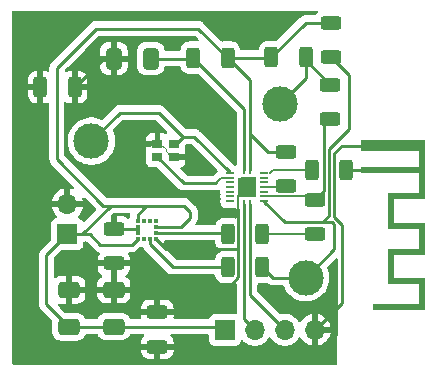
<source format=gbr>
%TF.GenerationSoftware,KiCad,Pcbnew,9.0.0*%
%TF.CreationDate,2025-03-19T16:08:28+01:00*%
%TF.ProjectId,PCB_rigide,5043425f-7269-4676-9964-652e6b696361,rev?*%
%TF.SameCoordinates,Original*%
%TF.FileFunction,Copper,L1,Top*%
%TF.FilePolarity,Positive*%
%FSLAX46Y46*%
G04 Gerber Fmt 4.6, Leading zero omitted, Abs format (unit mm)*
G04 Created by KiCad (PCBNEW 9.0.0) date 2025-03-19 16:08:28*
%MOMM*%
%LPD*%
G01*
G04 APERTURE LIST*
G04 Aperture macros list*
%AMRoundRect*
0 Rectangle with rounded corners*
0 $1 Rounding radius*
0 $2 $3 $4 $5 $6 $7 $8 $9 X,Y pos of 4 corners*
0 Add a 4 corners polygon primitive as box body*
4,1,4,$2,$3,$4,$5,$6,$7,$8,$9,$2,$3,0*
0 Add four circle primitives for the rounded corners*
1,1,$1+$1,$2,$3*
1,1,$1+$1,$4,$5*
1,1,$1+$1,$6,$7*
1,1,$1+$1,$8,$9*
0 Add four rect primitives between the rounded corners*
20,1,$1+$1,$2,$3,$4,$5,0*
20,1,$1+$1,$4,$5,$6,$7,0*
20,1,$1+$1,$6,$7,$8,$9,0*
20,1,$1+$1,$8,$9,$2,$3,0*%
%AMFreePoly0*
4,1,14,0.849707,0.749707,0.850000,0.749000,0.850000,-0.749000,0.849707,-0.749707,0.849000,-0.750000,-0.750000,-0.750000,-0.750000,-0.550414,-0.849707,-0.450707,-0.850000,-0.450000,-0.850000,0.749000,-0.849707,0.749707,-0.849000,0.750000,0.849000,0.750000,0.849707,0.749707,0.849707,0.749707,$1*%
G04 Aperture macros list end*
%TA.AperFunction,EtchedComponent*%
%ADD10C,0.000000*%
%TD*%
%TA.AperFunction,ComponentPad*%
%ADD11C,3.000000*%
%TD*%
%TA.AperFunction,SMDPad,CuDef*%
%ADD12R,0.900000X0.800000*%
%TD*%
%TA.AperFunction,SMDPad,CuDef*%
%ADD13RoundRect,0.250000X0.625000X-0.312500X0.625000X0.312500X-0.625000X0.312500X-0.625000X-0.312500X0*%
%TD*%
%TA.AperFunction,SMDPad,CuDef*%
%ADD14RoundRect,0.250000X0.312500X0.625000X-0.312500X0.625000X-0.312500X-0.625000X0.312500X-0.625000X0*%
%TD*%
%TA.AperFunction,ConnectorPad*%
%ADD15R,0.500000X0.500000*%
%TD*%
%TA.AperFunction,ComponentPad*%
%ADD16R,0.500000X0.900000*%
%TD*%
%TA.AperFunction,ComponentPad*%
%ADD17R,1.700000X1.700000*%
%TD*%
%TA.AperFunction,ComponentPad*%
%ADD18O,1.700000X1.700000*%
%TD*%
%TA.AperFunction,SMDPad,CuDef*%
%ADD19R,0.350000X0.300000*%
%TD*%
%TA.AperFunction,SMDPad,CuDef*%
%ADD20R,0.300000X0.350000*%
%TD*%
%TA.AperFunction,SMDPad,CuDef*%
%ADD21RoundRect,0.250000X0.650000X-0.412500X0.650000X0.412500X-0.650000X0.412500X-0.650000X-0.412500X0*%
%TD*%
%TA.AperFunction,SMDPad,CuDef*%
%ADD22RoundRect,0.250000X-0.312500X-0.625000X0.312500X-0.625000X0.312500X0.625000X-0.312500X0.625000X0*%
%TD*%
%TA.AperFunction,SMDPad,CuDef*%
%ADD23RoundRect,0.060500X-0.269500X0.049500X-0.269500X-0.049500X0.269500X-0.049500X0.269500X0.049500X0*%
%TD*%
%TA.AperFunction,SMDPad,CuDef*%
%ADD24RoundRect,0.060500X-0.049500X0.269500X-0.049500X-0.269500X0.049500X-0.269500X0.049500X0.269500X0*%
%TD*%
%TA.AperFunction,SMDPad,CuDef*%
%ADD25FreePoly0,270.000000*%
%TD*%
%TA.AperFunction,SMDPad,CuDef*%
%ADD26RoundRect,0.250000X-0.625000X0.312500X-0.625000X-0.312500X0.625000X-0.312500X0.625000X0.312500X0*%
%TD*%
%TA.AperFunction,SMDPad,CuDef*%
%ADD27RoundRect,0.250000X0.412500X0.650000X-0.412500X0.650000X-0.412500X-0.650000X0.412500X-0.650000X0*%
%TD*%
%TA.AperFunction,Conductor*%
%ADD28C,0.250000*%
%TD*%
%TA.AperFunction,Conductor*%
%ADD29C,0.100000*%
%TD*%
%TA.AperFunction,Conductor*%
%ADD30C,0.150000*%
%TD*%
G04 APERTURE END LIST*
D10*
%TA.AperFunction,EtchedComponent*%
%TO.C,AE1*%
G36*
X106800215Y-35364000D02*
G01*
X111957000Y-35364000D01*
X111957000Y-40364000D01*
X109317000Y-40364000D01*
X109317000Y-42364000D01*
X111957000Y-42364000D01*
X111957000Y-45064000D01*
X109317000Y-45064000D01*
X109317000Y-47064000D01*
X111957000Y-47064000D01*
X111957000Y-49764000D01*
X107517000Y-49764000D01*
X107517000Y-49264000D01*
X111457000Y-49264000D01*
X111457000Y-47564000D01*
X108817000Y-47564000D01*
X108817000Y-44564000D01*
X111457000Y-44564000D01*
X111457000Y-42864000D01*
X108817000Y-42864000D01*
X108817000Y-39864000D01*
X111457000Y-39864000D01*
X111457000Y-38164000D01*
X106557000Y-38164000D01*
X106557000Y-37664000D01*
X111457000Y-37664000D01*
X111457000Y-36264000D01*
X106557000Y-36264000D01*
X106557000Y-35788844D01*
X106660957Y-35788844D01*
X106661700Y-35837363D01*
X106674600Y-35882878D01*
X106685213Y-35901489D01*
X106720447Y-35935132D01*
X106765632Y-35955691D01*
X106815158Y-35962222D01*
X106863417Y-35953782D01*
X106895643Y-35936888D01*
X106928313Y-35901628D01*
X106948408Y-35856318D01*
X106954982Y-35806733D01*
X106947092Y-35758647D01*
X106930186Y-35725755D01*
X106893416Y-35690815D01*
X106848622Y-35671153D01*
X106800215Y-35666417D01*
X106752605Y-35676258D01*
X106710203Y-35700326D01*
X106677419Y-35738269D01*
X106673065Y-35746181D01*
X106660957Y-35788844D01*
X106557000Y-35788844D01*
X106557000Y-35364000D01*
X106800215Y-35364000D01*
G37*
%TD.AperFunction*%
%TD*%
D11*
%TO.P,J3,1,Pin_1*%
%TO.N,XO_N*%
X83693000Y-35433000D03*
%TD*%
D12*
%TO.P,Y1,1,1*%
%TO.N,XO_P*%
X89290000Y-36752000D03*
%TO.P,Y1,2,2*%
%TO.N,GND*%
X90690000Y-36752000D03*
%TO.P,Y1,3,3*%
%TO.N,XO_N*%
X90690000Y-35652000D03*
%TO.P,Y1,4,4*%
%TO.N,GND*%
X89290000Y-35652000D03*
%TD*%
D13*
%TO.P,R2,1*%
%TO.N,I2C_SDA*%
X103936800Y-33582800D03*
%TO.P,R2,2*%
X103936800Y-30657800D03*
%TD*%
D14*
%TO.P,R5,1*%
%TO.N,VCC*%
X95227000Y-28371800D03*
%TO.P,R5,2*%
%TO.N,Net-(U1-EN)*%
X92302000Y-28371800D03*
%TD*%
D15*
%TO.P,AE1,1*%
%TO.N,RF_TX*%
X106807000Y-37914000D03*
D16*
%TO.P,AE1,2*%
%TO.N,GND*%
X106807000Y-35814000D03*
%TD*%
D17*
%TO.P,J1,1,Pin_1*%
%TO.N,VCC*%
X81661000Y-43307000D03*
D18*
%TO.P,J1,2,Pin_2*%
%TO.N,GND*%
X81661000Y-40767000D03*
%TD*%
D13*
%TO.P,R8,1*%
%TO.N,GND*%
X89281000Y-52836000D03*
%TO.P,R8,2*%
X89281000Y-49911000D03*
%TD*%
D19*
%TO.P,U2,1,SDO*%
%TO.N,GND*%
X89163000Y-43689000D03*
%TO.P,U2,2,SDX*%
%TO.N,I2C_SDA*%
X89163000Y-43189000D03*
%TO.P,U2,3,VDDIO*%
%TO.N,VCC*%
X89163000Y-42689000D03*
%TO.P,U2,4*%
%TO.N,N/C*%
X89163000Y-42189000D03*
D20*
%TO.P,U2,5,INT1*%
%TO.N,unconnected-(U2-INT1-Pad5)*%
X88638000Y-42164000D03*
%TO.P,U2,6,INT2*%
%TO.N,unconnected-(U2-INT2-Pad6)*%
X88138000Y-42164000D03*
D19*
%TO.P,U2,7,VDD*%
%TO.N,VCC*%
X87613000Y-42189000D03*
%TO.P,U2,8,GNDIO*%
%TO.N,GND*%
X87613000Y-42689000D03*
%TO.P,U2,9,GND*%
X87613000Y-43189000D03*
%TO.P,U2,10,~{CSB}*%
%TO.N,VCC*%
X87613000Y-43689000D03*
D20*
%TO.P,U2,11*%
%TO.N,N/C*%
X88138000Y-43714000D03*
%TO.P,U2,12,SCX*%
%TO.N,I2C_SCL*%
X88638000Y-43714000D03*
%TD*%
D13*
%TO.P,R4,1*%
%TO.N,I2C_SDA*%
X102616000Y-43311000D03*
%TO.P,R4,2*%
X102616000Y-40386000D03*
%TD*%
D21*
%TO.P,C2,1*%
%TO.N,VCC*%
X81788000Y-51155600D03*
%TO.P,C2,2*%
%TO.N,GND*%
X81788000Y-48030600D03*
%TD*%
D11*
%TO.P,J5,1,Pin_1*%
%TO.N,I2C_SDA*%
X99695000Y-32258000D03*
%TD*%
D22*
%TO.P,R3,1*%
%TO.N,I2C_SCL*%
X95246000Y-46101000D03*
%TO.P,R3,2*%
X98171000Y-46101000D03*
%TD*%
D11*
%TO.P,J4,1,Pin_1*%
%TO.N,I2C_SCL*%
X101854000Y-46990000D03*
%TD*%
D23*
%TO.P,U1,1,XO_N*%
%TO.N,XO_N*%
X95454600Y-38121800D03*
%TO.P,U1,2,XO_P*%
%TO.N,XO_P*%
X95454600Y-38521800D03*
%TO.P,U1,3,MGPIO7*%
%TO.N,unconnected-(U1-MGPIO7-Pad3)*%
X95454600Y-38921800D03*
%TO.P,U1,4,MGPIO6*%
%TO.N,unconnected-(U1-MGPIO6-Pad4)*%
X95454600Y-39321800D03*
%TO.P,U1,5,MGPIO5*%
%TO.N,unconnected-(U1-MGPIO5-Pad5)*%
X95454600Y-39721800D03*
%TO.P,U1,6,SW0*%
%TO.N,unconnected-(U1-SW0-Pad6)*%
X95454600Y-40121800D03*
%TO.P,U1,7,SW1*%
%TO.N,unconnected-(U1-SW1-Pad7)*%
X95454600Y-40521800D03*
D24*
%TO.P,U1,8,RX/GPIO0*%
%TO.N,UART_RX*%
X96629600Y-40741800D03*
%TO.P,U1,9,TX/GPIO1*%
%TO.N,UART_TX*%
X97129600Y-40746800D03*
D23*
%TO.P,U1,10,GPIO2*%
%TO.N,I2C_SCL*%
X98304600Y-40521800D03*
%TO.P,U1,11,GPIO3*%
%TO.N,I2C_SDA*%
X98304600Y-40121800D03*
%TO.P,U1,12,MGPIO4*%
%TO.N,unconnected-(U1-MGPIO4-Pad12)*%
X98304600Y-39721800D03*
%TO.P,U1,13,VDDQ*%
%TO.N,VCC*%
X98304600Y-39321800D03*
%TO.P,U1,14,RTC_P*%
%TO.N,unconnected-(U1-RTC_P-Pad14)*%
X98304600Y-38921800D03*
%TO.P,U1,15,RTC_N*%
%TO.N,unconnected-(U1-RTC_N-Pad15)*%
X98304600Y-38521800D03*
%TO.P,U1,16,RF_TX*%
%TO.N,RF_TX*%
X98304600Y-38121800D03*
D24*
%TO.P,U1,17,VCC*%
%TO.N,VCC*%
X97129600Y-37896800D03*
%TO.P,U1,18,EN*%
%TO.N,Net-(U1-EN)*%
X96629600Y-37896800D03*
D25*
%TO.P,U1,19,GND*%
%TO.N,GND*%
X96879600Y-39321800D03*
%TD*%
D21*
%TO.P,C1,1*%
%TO.N,VCC*%
X85598000Y-51131000D03*
%TO.P,C1,2*%
%TO.N,GND*%
X85598000Y-48006000D03*
%TD*%
D26*
%TO.P,R1,1*%
%TO.N,VCC*%
X100203000Y-36318000D03*
%TO.P,R1,2*%
X100203000Y-39243000D03*
%TD*%
D22*
%TO.P,R12,1*%
%TO.N,RF_TX*%
X102358000Y-37846000D03*
%TO.P,R12,2*%
X105283000Y-37846000D03*
%TD*%
%TO.P,R9,1*%
%TO.N,GND*%
X79371000Y-30861000D03*
%TO.P,R9,2*%
X82296000Y-30861000D03*
%TD*%
D13*
%TO.P,R6,1*%
%TO.N,GND*%
X85598000Y-45785500D03*
%TO.P,R6,2*%
X85598000Y-42860500D03*
%TD*%
D22*
%TO.P,R7,1*%
%TO.N,I2C_SDA*%
X95250000Y-43307000D03*
%TO.P,R7,2*%
X98175000Y-43307000D03*
%TD*%
D27*
%TO.P,C3,1*%
%TO.N,Net-(U1-EN)*%
X88723000Y-28448000D03*
%TO.P,C3,2*%
%TO.N,GND*%
X85598000Y-28448000D03*
%TD*%
D26*
%TO.P,R10,1*%
%TO.N,VCC*%
X104013000Y-25400000D03*
%TO.P,R10,2*%
%TO.N,I2C_SCL*%
X104013000Y-28325000D03*
%TD*%
D22*
%TO.P,R11,1*%
%TO.N,VCC*%
X98929000Y-28321000D03*
%TO.P,R11,2*%
%TO.N,I2C_SDA*%
X101854000Y-28321000D03*
%TD*%
D17*
%TO.P,J2,1,Pin_1*%
%TO.N,VCC*%
X94996000Y-51409600D03*
D18*
%TO.P,J2,2,Pin_2*%
%TO.N,UART_RX*%
X97536000Y-51409600D03*
%TO.P,J2,3,Pin_3*%
%TO.N,UART_TX*%
X100076000Y-51409600D03*
%TO.P,J2,4,Pin_4*%
%TO.N,GND*%
X102616000Y-51409600D03*
%TD*%
D28*
%TO.N,VCC*%
X91567000Y-40894000D02*
X88392000Y-40894000D01*
X92075000Y-41402000D02*
X91567000Y-40894000D01*
X92075000Y-41910000D02*
X92075000Y-41402000D01*
X91296000Y-42689000D02*
X92075000Y-41910000D01*
X89163000Y-42689000D02*
X91296000Y-42689000D01*
D29*
%TO.N,GND*%
X90438000Y-36752000D02*
X90690000Y-36752000D01*
X89989000Y-36141000D02*
X89989000Y-36303000D01*
X89989000Y-36303000D02*
X90438000Y-36752000D01*
X89500000Y-35652000D02*
X89989000Y-36141000D01*
X89290000Y-35652000D02*
X89500000Y-35652000D01*
D28*
%TO.N,XO_N*%
X90690000Y-35652000D02*
X90840000Y-35652000D01*
X90840000Y-35652000D02*
X91440000Y-35052000D01*
%TO.N,XO_P*%
X91527000Y-38989000D02*
X94234000Y-38989000D01*
X89290000Y-36752000D02*
X91527000Y-38989000D01*
D30*
%TO.N,RF_TX*%
X102358000Y-37846000D02*
X99060000Y-37846000D01*
X99060000Y-37846000D02*
X98784200Y-38121800D01*
D28*
X105351000Y-37914000D02*
X105283000Y-37846000D01*
D30*
X102082200Y-38121800D02*
X102358000Y-37846000D01*
D28*
X106807000Y-37914000D02*
X105351000Y-37914000D01*
%TO.N,GND*%
X89163000Y-43689000D02*
X90051000Y-44577000D01*
X85598000Y-42860500D02*
X87441500Y-42860500D01*
X104920986Y-35814000D02*
X104267000Y-36467986D01*
X106807000Y-35814000D02*
X104920986Y-35814000D01*
X82296000Y-30861000D02*
X84709000Y-28448000D01*
X90051000Y-44577000D02*
X96138500Y-44577000D01*
X95100014Y-48006000D02*
X96138500Y-46967514D01*
D30*
X96879600Y-39321800D02*
X96139000Y-40062400D01*
D28*
X85573400Y-48030600D02*
X85598000Y-48006000D01*
X87441500Y-42860500D02*
X87613000Y-42689000D01*
X104922000Y-42505900D02*
X104922000Y-49103600D01*
D30*
X96879600Y-39493360D02*
X96879600Y-39321800D01*
D28*
X87613000Y-42689000D02*
X87613000Y-43189000D01*
X104267000Y-36467986D02*
X104267000Y-41850900D01*
X104267000Y-41850900D02*
X104922000Y-42505900D01*
X85598000Y-48006000D02*
X95100014Y-48006000D01*
X81654800Y-48163800D02*
X81788000Y-48030600D01*
D30*
X96139000Y-40062400D02*
X96139000Y-41205200D01*
D28*
X96138500Y-46967514D02*
X96138500Y-44577000D01*
D30*
X96139000Y-41205200D02*
X96138500Y-41205700D01*
D28*
X96138500Y-44577000D02*
X96138500Y-41205700D01*
X104922000Y-49103600D02*
X102616000Y-51409600D01*
X84709000Y-28448000D02*
X85598000Y-28448000D01*
D30*
%TO.N,VCC*%
X98304600Y-39321800D02*
X99743200Y-39321800D01*
D28*
X84074000Y-25908000D02*
X92763200Y-25908000D01*
X97129600Y-34798000D02*
X97129600Y-30274400D01*
X80772000Y-29210000D02*
X84074000Y-25908000D01*
X84459000Y-44200000D02*
X83566000Y-43307000D01*
X88074500Y-41211500D02*
X88392000Y-40894000D01*
X87102000Y-44200000D02*
X87613000Y-43689000D01*
X98878200Y-28371800D02*
X98929000Y-28321000D01*
X97129600Y-30274400D02*
X95227000Y-28371800D01*
X87613000Y-42189000D02*
X87613000Y-41673000D01*
X85852000Y-40894000D02*
X88392000Y-40894000D01*
X80772000Y-36957000D02*
X80772000Y-29210000D01*
X79883000Y-45085000D02*
X79883000Y-49250600D01*
X101850000Y-25400000D02*
X104013000Y-25400000D01*
X87102000Y-44200000D02*
X84459000Y-44200000D01*
X81661000Y-43307000D02*
X79883000Y-45085000D01*
X85598000Y-51131000D02*
X94717400Y-51131000D01*
X95227000Y-28371800D02*
X98878200Y-28371800D01*
X85344000Y-40894000D02*
X82931000Y-43307000D01*
X83566000Y-43307000D02*
X81661000Y-43307000D01*
X85573400Y-51155600D02*
X85598000Y-51131000D01*
D30*
X99743200Y-39321800D02*
X100203000Y-38862000D01*
D28*
X82931000Y-43307000D02*
X81661000Y-43307000D01*
X84709000Y-40894000D02*
X80772000Y-36957000D01*
X94717400Y-51131000D02*
X94996000Y-51409600D01*
X97129600Y-37896800D02*
X97129600Y-34798000D01*
X87613000Y-41673000D02*
X88074500Y-41211500D01*
X85852000Y-40894000D02*
X85344000Y-40894000D01*
X92763200Y-25908000D02*
X95227000Y-28371800D01*
X98929000Y-28321000D02*
X101850000Y-25400000D01*
X98649600Y-36318000D02*
X97129600Y-34798000D01*
X100203000Y-36318000D02*
X98649600Y-36318000D01*
X81788000Y-51155600D02*
X85573400Y-51155600D01*
X79883000Y-49250600D02*
X81788000Y-51155600D01*
X85852000Y-40894000D02*
X84709000Y-40894000D01*
%TO.N,Net-(U1-EN)*%
X92151200Y-28371800D02*
X92075000Y-28448000D01*
X92302000Y-28371800D02*
X92151200Y-28371800D01*
X92075000Y-28448000D02*
X88723000Y-28448000D01*
X96629600Y-37896800D02*
X96629600Y-32699400D01*
X96629600Y-32699400D02*
X92302000Y-28371800D01*
%TO.N,UART_TX*%
X97129600Y-48463200D02*
X100076000Y-51409600D01*
X97129600Y-40746800D02*
X97129600Y-48463200D01*
%TO.N,UART_RX*%
X96629600Y-40741800D02*
X96629600Y-50503200D01*
X96629600Y-50503200D02*
X97536000Y-51409600D01*
%TO.N,I2C_SCL*%
X98171000Y-46101000D02*
X99060000Y-46990000D01*
X103251000Y-42301900D02*
X103817000Y-41735900D01*
X105537000Y-34417000D02*
X105537000Y-29849000D01*
X88638000Y-43714000D02*
X88638000Y-44141000D01*
X103817000Y-41735900D02*
X103817000Y-36137000D01*
X88638000Y-44141000D02*
X90598000Y-46101000D01*
X104267000Y-42488710D02*
X104080190Y-42301900D01*
X104267000Y-44577000D02*
X104267000Y-42488710D01*
X90598000Y-46101000D02*
X95246000Y-46101000D01*
X99060000Y-46990000D02*
X101854000Y-46990000D01*
X101854000Y-46990000D02*
X104267000Y-44577000D01*
X103817000Y-36137000D02*
X105537000Y-34417000D01*
X105537000Y-29849000D02*
X104013000Y-28325000D01*
X103251000Y-42301900D02*
X100048700Y-42301900D01*
X104080190Y-42301900D02*
X103251000Y-42301900D01*
X100048700Y-42301900D02*
X98304600Y-40557800D01*
%TO.N,I2C_SDA*%
X101854000Y-30099000D02*
X99695000Y-32258000D01*
X103936800Y-33582800D02*
X103366000Y-34153600D01*
X103366000Y-39636000D02*
X102616000Y-40386000D01*
X103936800Y-30657800D02*
X101854000Y-28575000D01*
D30*
X98304600Y-40121800D02*
X102351800Y-40121800D01*
D28*
X103366000Y-34153600D02*
X103366000Y-39636000D01*
D30*
X98179000Y-43311000D02*
X98175000Y-43307000D01*
D28*
X95132000Y-43189000D02*
X89163000Y-43189000D01*
X101854000Y-28575000D02*
X101854000Y-28321000D01*
X101854000Y-28321000D02*
X101854000Y-30099000D01*
D30*
X102616000Y-43311000D02*
X98179000Y-43311000D01*
D28*
X95250000Y-43307000D02*
X95132000Y-43189000D01*
D30*
X102351800Y-40121800D02*
X102616000Y-40386000D01*
D28*
%TO.N,XO_N*%
X86106000Y-33020000D02*
X89408000Y-33020000D01*
X89408000Y-33020000D02*
X91440000Y-35052000D01*
X91440000Y-35052000D02*
X92420800Y-35052000D01*
X92420800Y-35052000D02*
X95454600Y-38085800D01*
D30*
%TO.N,XO_P*%
X95454600Y-38521800D02*
X94701200Y-38521800D01*
X95454600Y-38521800D02*
X95448400Y-38528000D01*
X94701200Y-38521800D02*
X94234000Y-38989000D01*
D28*
%TO.N,XO_N*%
X83693000Y-35433000D02*
X86106000Y-33020000D01*
%TD*%
%TA.AperFunction,Conductor*%
%TO.N,GND*%
G36*
X102742073Y-24387319D02*
G01*
X102753796Y-24386157D01*
X102774981Y-24396982D01*
X102797809Y-24403685D01*
X102805523Y-24412587D01*
X102816014Y-24417948D01*
X102827985Y-24438509D01*
X102843564Y-24456489D01*
X102845240Y-24468148D01*
X102851168Y-24478330D01*
X102850121Y-24502097D01*
X102853508Y-24525647D01*
X102848613Y-24536363D01*
X102848096Y-24548132D01*
X102832037Y-24579561D01*
X102825932Y-24588199D01*
X102795288Y-24618844D01*
X102733577Y-24718893D01*
X102731339Y-24722061D01*
X102706871Y-24741446D01*
X102683663Y-24762321D01*
X102679712Y-24762963D01*
X102676575Y-24765450D01*
X102630072Y-24774500D01*
X101788389Y-24774500D01*
X101737535Y-24784615D01*
X101737530Y-24784616D01*
X101727971Y-24786518D01*
X101667548Y-24798537D01*
X101620397Y-24818067D01*
X101553715Y-24845688D01*
X101553714Y-24845689D01*
X101531347Y-24860633D01*
X101531344Y-24860635D01*
X101451268Y-24914140D01*
X101407705Y-24957703D01*
X101364142Y-25001267D01*
X101364139Y-25001270D01*
X99449672Y-26915736D01*
X99388349Y-26949221D01*
X99349388Y-26951413D01*
X99291510Y-26945500D01*
X98566498Y-26945500D01*
X98566480Y-26945501D01*
X98463703Y-26956000D01*
X98463700Y-26956001D01*
X98297168Y-27011185D01*
X98297163Y-27011187D01*
X98147842Y-27103289D01*
X98023789Y-27227342D01*
X97931687Y-27376663D01*
X97931685Y-27376668D01*
X97914852Y-27427468D01*
X97897887Y-27478666D01*
X97876501Y-27543204D01*
X97876500Y-27543205D01*
X97867133Y-27634902D01*
X97840737Y-27699594D01*
X97783556Y-27739745D01*
X97743775Y-27746300D01*
X96407035Y-27746300D01*
X96339996Y-27726615D01*
X96294241Y-27673811D01*
X96283677Y-27634902D01*
X96282840Y-27626712D01*
X96279499Y-27594003D01*
X96224314Y-27427466D01*
X96132212Y-27278144D01*
X96008156Y-27154088D01*
X95858834Y-27061986D01*
X95692297Y-27006801D01*
X95692295Y-27006800D01*
X95589510Y-26996300D01*
X94864498Y-26996300D01*
X94864477Y-26996302D01*
X94806607Y-27002213D01*
X94737914Y-26989442D01*
X94706326Y-26966536D01*
X93259022Y-25519232D01*
X93249059Y-25509269D01*
X93249058Y-25509267D01*
X93161933Y-25422142D01*
X93110709Y-25387915D01*
X93059486Y-25353688D01*
X93059483Y-25353686D01*
X93059480Y-25353685D01*
X92985803Y-25323168D01*
X92985801Y-25323167D01*
X92978992Y-25320347D01*
X92945652Y-25306537D01*
X92885229Y-25294518D01*
X92880506Y-25293578D01*
X92880504Y-25293578D01*
X92824810Y-25282500D01*
X92824807Y-25282500D01*
X92824806Y-25282500D01*
X84135607Y-25282500D01*
X84012393Y-25282500D01*
X84012389Y-25282500D01*
X83956697Y-25293578D01*
X83951971Y-25294518D01*
X83908743Y-25303116D01*
X83891546Y-25306537D01*
X83777716Y-25353687D01*
X83777707Y-25353692D01*
X83675268Y-25422140D01*
X83631705Y-25465703D01*
X83588142Y-25509267D01*
X80286144Y-28811264D01*
X80286138Y-28811272D01*
X80251914Y-28862489D01*
X80251915Y-28862490D01*
X80217691Y-28913708D01*
X80217689Y-28913712D01*
X80217688Y-28913714D01*
X80193023Y-28973263D01*
X80170537Y-29027548D01*
X80161397Y-29073500D01*
X80146577Y-29148009D01*
X80146500Y-29148394D01*
X80146500Y-29149376D01*
X80146500Y-29427598D01*
X80126815Y-29494637D01*
X80074011Y-29540392D01*
X80004853Y-29550336D01*
X79983497Y-29545304D01*
X79836200Y-29496495D01*
X79836190Y-29496493D01*
X79733486Y-29486000D01*
X79621000Y-29486000D01*
X79621000Y-32235999D01*
X79733472Y-32235999D01*
X79733486Y-32235998D01*
X79836195Y-32225506D01*
X79983495Y-32176695D01*
X80053324Y-32174293D01*
X80113366Y-32210024D01*
X80144559Y-32272545D01*
X80146500Y-32294401D01*
X80146500Y-37018609D01*
X80155986Y-37066296D01*
X80155986Y-37066300D01*
X80155987Y-37066300D01*
X80163523Y-37104192D01*
X80170102Y-37137267D01*
X80170537Y-37139451D01*
X80217688Y-37253286D01*
X80251915Y-37304509D01*
X80286142Y-37355733D01*
X80373267Y-37442858D01*
X80373270Y-37442860D01*
X80380554Y-37450144D01*
X82209652Y-39279242D01*
X82243137Y-39340565D01*
X82238153Y-39410257D01*
X82196281Y-39466190D01*
X82130817Y-39490607D01*
X82083654Y-39484854D01*
X81977125Y-39450241D01*
X81911000Y-39439768D01*
X81911000Y-40333988D01*
X81853993Y-40301075D01*
X81726826Y-40267000D01*
X81595174Y-40267000D01*
X81468007Y-40301075D01*
X81411000Y-40333988D01*
X81411000Y-39439768D01*
X81410999Y-39439768D01*
X81344875Y-39450241D01*
X81142784Y-39515903D01*
X80953442Y-39612379D01*
X80781540Y-39737272D01*
X80781535Y-39737276D01*
X80631276Y-39887535D01*
X80631272Y-39887540D01*
X80506379Y-40059442D01*
X80409904Y-40248782D01*
X80344242Y-40450870D01*
X80344242Y-40450873D01*
X80333769Y-40517000D01*
X81227988Y-40517000D01*
X81195075Y-40574007D01*
X81161000Y-40701174D01*
X81161000Y-40832826D01*
X81195075Y-40959993D01*
X81227988Y-41017000D01*
X80333769Y-41017000D01*
X80344242Y-41083126D01*
X80344242Y-41083129D01*
X80409904Y-41285217D01*
X80506379Y-41474557D01*
X80631272Y-41646459D01*
X80631276Y-41646464D01*
X80744946Y-41760134D01*
X80778431Y-41821457D01*
X80773447Y-41891149D01*
X80731575Y-41947082D01*
X80700598Y-41963997D01*
X80568671Y-42013202D01*
X80568664Y-42013206D01*
X80453455Y-42099452D01*
X80453452Y-42099455D01*
X80367206Y-42214664D01*
X80367202Y-42214671D01*
X80316908Y-42349517D01*
X80310501Y-42409116D01*
X80310500Y-42409135D01*
X80310500Y-43721546D01*
X80290815Y-43788585D01*
X80274180Y-43809227D01*
X79484269Y-44599140D01*
X79484267Y-44599142D01*
X79457630Y-44625779D01*
X79397142Y-44686266D01*
X79374511Y-44720135D01*
X79374505Y-44720144D01*
X79370927Y-44725501D01*
X79328688Y-44788714D01*
X79295347Y-44869207D01*
X79289558Y-44883181D01*
X79281537Y-44902545D01*
X79281535Y-44902553D01*
X79257500Y-45023389D01*
X79257500Y-49312211D01*
X79281535Y-49433044D01*
X79281540Y-49433061D01*
X79328685Y-49546880D01*
X79328687Y-49546883D01*
X79328688Y-49546886D01*
X79362915Y-49598109D01*
X79397142Y-49649333D01*
X79484267Y-49736458D01*
X79484270Y-49736460D01*
X79491554Y-49743744D01*
X80351181Y-50603371D01*
X80384666Y-50664694D01*
X80387500Y-50691052D01*
X80387500Y-51618101D01*
X80387501Y-51618119D01*
X80398000Y-51720896D01*
X80398001Y-51720899D01*
X80453185Y-51887431D01*
X80453187Y-51887436D01*
X80488069Y-51943988D01*
X80545288Y-52036756D01*
X80669344Y-52160812D01*
X80818666Y-52252914D01*
X80985203Y-52308099D01*
X81087991Y-52318600D01*
X82488008Y-52318599D01*
X82590797Y-52308099D01*
X82757334Y-52252914D01*
X82906656Y-52160812D01*
X83030712Y-52036756D01*
X83122814Y-51887434D01*
X83125112Y-51880500D01*
X83129886Y-51866094D01*
X83169659Y-51808650D01*
X83234175Y-51781828D01*
X83247591Y-51781100D01*
X84146561Y-51781100D01*
X84213600Y-51800785D01*
X84259355Y-51853589D01*
X84261914Y-51860106D01*
X84263187Y-51862836D01*
X84284967Y-51898147D01*
X84355288Y-52012156D01*
X84479344Y-52136212D01*
X84628666Y-52228314D01*
X84795203Y-52283499D01*
X84897991Y-52294000D01*
X86298008Y-52293999D01*
X86400797Y-52283499D01*
X86567334Y-52228314D01*
X86716656Y-52136212D01*
X86840712Y-52012156D01*
X86932814Y-51862834D01*
X86935878Y-51853589D01*
X86939886Y-51841494D01*
X86979659Y-51784050D01*
X87044175Y-51757228D01*
X87057591Y-51756500D01*
X88062977Y-51756500D01*
X88130016Y-51776185D01*
X88175771Y-51828989D01*
X88185715Y-51898147D01*
X88156690Y-51961703D01*
X88150658Y-51968181D01*
X88063684Y-52055154D01*
X87971643Y-52204375D01*
X87971641Y-52204380D01*
X87916494Y-52370802D01*
X87916493Y-52370809D01*
X87906000Y-52473513D01*
X87906000Y-52586000D01*
X90655999Y-52586000D01*
X90655999Y-52473528D01*
X90655998Y-52473513D01*
X90645505Y-52370802D01*
X90590358Y-52204380D01*
X90590356Y-52204375D01*
X90498315Y-52055154D01*
X90411342Y-51968181D01*
X90377857Y-51906858D01*
X90382841Y-51837166D01*
X90424713Y-51781233D01*
X90490177Y-51756816D01*
X90499023Y-51756500D01*
X93521501Y-51756500D01*
X93588540Y-51776185D01*
X93634295Y-51828989D01*
X93645501Y-51880500D01*
X93645501Y-52307476D01*
X93651908Y-52367083D01*
X93702202Y-52501928D01*
X93702206Y-52501935D01*
X93788452Y-52617144D01*
X93788455Y-52617147D01*
X93903664Y-52703393D01*
X93903671Y-52703397D01*
X94038517Y-52753691D01*
X94038516Y-52753691D01*
X94045444Y-52754435D01*
X94098127Y-52760100D01*
X95893872Y-52760099D01*
X95953483Y-52753691D01*
X96088331Y-52703396D01*
X96203546Y-52617146D01*
X96289796Y-52501931D01*
X96338810Y-52370516D01*
X96380681Y-52314584D01*
X96446145Y-52290166D01*
X96514418Y-52305017D01*
X96542673Y-52326169D01*
X96656213Y-52439709D01*
X96828179Y-52564648D01*
X96828181Y-52564649D01*
X96828184Y-52564651D01*
X97017588Y-52661157D01*
X97219757Y-52726846D01*
X97429713Y-52760100D01*
X97429714Y-52760100D01*
X97642286Y-52760100D01*
X97642287Y-52760100D01*
X97852243Y-52726846D01*
X98054412Y-52661157D01*
X98243816Y-52564651D01*
X98330138Y-52501935D01*
X98415786Y-52439709D01*
X98415788Y-52439706D01*
X98415792Y-52439704D01*
X98566104Y-52289392D01*
X98566106Y-52289388D01*
X98566109Y-52289386D01*
X98691048Y-52117420D01*
X98691047Y-52117420D01*
X98691051Y-52117416D01*
X98695514Y-52108654D01*
X98743488Y-52057859D01*
X98811308Y-52041063D01*
X98877444Y-52063599D01*
X98916486Y-52108656D01*
X98920951Y-52117420D01*
X99045890Y-52289386D01*
X99196213Y-52439709D01*
X99368179Y-52564648D01*
X99368181Y-52564649D01*
X99368184Y-52564651D01*
X99557588Y-52661157D01*
X99759757Y-52726846D01*
X99969713Y-52760100D01*
X99969714Y-52760100D01*
X100182286Y-52760100D01*
X100182287Y-52760100D01*
X100392243Y-52726846D01*
X100594412Y-52661157D01*
X100783816Y-52564651D01*
X100870138Y-52501935D01*
X100955786Y-52439709D01*
X100955788Y-52439706D01*
X100955792Y-52439704D01*
X101106104Y-52289392D01*
X101106106Y-52289388D01*
X101106109Y-52289386D01*
X101199522Y-52160812D01*
X101231051Y-52117416D01*
X101235793Y-52108108D01*
X101283763Y-52057311D01*
X101351583Y-52040511D01*
X101417719Y-52063045D01*
X101456763Y-52108100D01*
X101461377Y-52117155D01*
X101586272Y-52289059D01*
X101586276Y-52289064D01*
X101736535Y-52439323D01*
X101736540Y-52439327D01*
X101908442Y-52564220D01*
X102097782Y-52660695D01*
X102299871Y-52726357D01*
X102366000Y-52736831D01*
X102366000Y-51842612D01*
X102423007Y-51875525D01*
X102550174Y-51909600D01*
X102681826Y-51909600D01*
X102808993Y-51875525D01*
X102866000Y-51842612D01*
X102866000Y-52736830D01*
X102932126Y-52726357D01*
X102932129Y-52726357D01*
X103134217Y-52660695D01*
X103323557Y-52564220D01*
X103495459Y-52439327D01*
X103495464Y-52439323D01*
X103645723Y-52289064D01*
X103645727Y-52289059D01*
X103770620Y-52117157D01*
X103867095Y-51927817D01*
X103932757Y-51725729D01*
X103932757Y-51725726D01*
X103943231Y-51659600D01*
X103049012Y-51659600D01*
X103081925Y-51602593D01*
X103116000Y-51475426D01*
X103116000Y-51343774D01*
X103081925Y-51216607D01*
X103049012Y-51159600D01*
X103943231Y-51159600D01*
X103932757Y-51093473D01*
X103932757Y-51093470D01*
X103867095Y-50891382D01*
X103770620Y-50702042D01*
X103645727Y-50530140D01*
X103645723Y-50530135D01*
X103495464Y-50379876D01*
X103495459Y-50379872D01*
X103323557Y-50254979D01*
X103134215Y-50158503D01*
X102932124Y-50092841D01*
X102866000Y-50082368D01*
X102866000Y-50976588D01*
X102808993Y-50943675D01*
X102681826Y-50909600D01*
X102550174Y-50909600D01*
X102423007Y-50943675D01*
X102366000Y-50976588D01*
X102366000Y-50082368D01*
X102365999Y-50082368D01*
X102299875Y-50092841D01*
X102097784Y-50158503D01*
X101908442Y-50254979D01*
X101736540Y-50379872D01*
X101736535Y-50379876D01*
X101586276Y-50530135D01*
X101586272Y-50530140D01*
X101461378Y-50702043D01*
X101456762Y-50711102D01*
X101408784Y-50761895D01*
X101340963Y-50778687D01*
X101274829Y-50756146D01*
X101235794Y-50711093D01*
X101231051Y-50701784D01*
X101231049Y-50701781D01*
X101231048Y-50701779D01*
X101106109Y-50529813D01*
X100955786Y-50379490D01*
X100783820Y-50254551D01*
X100594414Y-50158044D01*
X100594413Y-50158043D01*
X100594412Y-50158043D01*
X100392243Y-50092354D01*
X100392241Y-50092353D01*
X100392240Y-50092353D01*
X100230957Y-50066808D01*
X100182287Y-50059100D01*
X99969713Y-50059100D01*
X99941006Y-50063646D01*
X99759757Y-50092353D01*
X99744158Y-50097422D01*
X99674317Y-50099416D01*
X99618161Y-50067171D01*
X97791419Y-48240429D01*
X97757934Y-48179106D01*
X97755100Y-48152748D01*
X97755100Y-47600499D01*
X97774785Y-47533460D01*
X97827589Y-47487705D01*
X97879095Y-47476499D01*
X98533508Y-47476499D01*
X98600767Y-47469628D01*
X98625385Y-47474204D01*
X98650420Y-47474651D01*
X98664800Y-47481531D01*
X98669459Y-47482397D01*
X98682250Y-47489878D01*
X98738190Y-47527256D01*
X98763710Y-47544309D01*
X98763712Y-47544310D01*
X98763715Y-47544312D01*
X98830396Y-47571931D01*
X98830398Y-47571933D01*
X98870640Y-47588601D01*
X98877548Y-47591463D01*
X98937971Y-47603481D01*
X98998393Y-47615500D01*
X98998394Y-47615500D01*
X99864911Y-47615500D01*
X99931950Y-47635185D01*
X99977705Y-47687989D01*
X99979472Y-47692047D01*
X100055953Y-47876690D01*
X100055958Y-47876700D01*
X100187075Y-48103803D01*
X100346718Y-48311851D01*
X100346726Y-48311860D01*
X100532140Y-48497274D01*
X100532148Y-48497281D01*
X100740196Y-48656924D01*
X100967299Y-48788041D01*
X100967309Y-48788046D01*
X101209571Y-48888394D01*
X101209581Y-48888398D01*
X101462884Y-48956270D01*
X101722880Y-48990500D01*
X101722887Y-48990500D01*
X101985113Y-48990500D01*
X101985120Y-48990500D01*
X102245116Y-48956270D01*
X102498419Y-48888398D01*
X102740697Y-48788043D01*
X102967803Y-48656924D01*
X103175851Y-48497282D01*
X103175855Y-48497277D01*
X103175860Y-48497274D01*
X103361274Y-48311860D01*
X103361277Y-48311855D01*
X103361282Y-48311851D01*
X103520924Y-48103803D01*
X103652043Y-47876697D01*
X103752398Y-47634419D01*
X103820270Y-47381116D01*
X103854500Y-47121120D01*
X103854500Y-46858880D01*
X103820270Y-46598884D01*
X103752398Y-46345581D01*
X103675911Y-46160926D01*
X103668443Y-46091461D01*
X103699718Y-46028982D01*
X103702761Y-46025827D01*
X104348101Y-45380488D01*
X104409422Y-45347005D01*
X104479114Y-45351989D01*
X104535047Y-45393861D01*
X104559464Y-45459325D01*
X104559779Y-45468690D01*
X104540412Y-50097422D01*
X104524509Y-53898499D01*
X104523111Y-54232519D01*
X104503146Y-54299475D01*
X104450151Y-54345009D01*
X104399112Y-54356000D01*
X77086000Y-54356000D01*
X77018961Y-54336315D01*
X76973206Y-54283511D01*
X76962000Y-54232000D01*
X76962000Y-53198486D01*
X87906001Y-53198486D01*
X87916494Y-53301197D01*
X87971641Y-53467619D01*
X87971643Y-53467624D01*
X88063684Y-53616845D01*
X88187654Y-53740815D01*
X88336875Y-53832856D01*
X88336880Y-53832858D01*
X88503302Y-53888005D01*
X88503309Y-53888006D01*
X88606019Y-53898499D01*
X89030999Y-53898499D01*
X89531000Y-53898499D01*
X89955972Y-53898499D01*
X89955986Y-53898498D01*
X90058697Y-53888005D01*
X90225119Y-53832858D01*
X90225124Y-53832856D01*
X90374345Y-53740815D01*
X90498315Y-53616845D01*
X90590356Y-53467624D01*
X90590358Y-53467619D01*
X90645505Y-53301197D01*
X90645506Y-53301190D01*
X90655999Y-53198486D01*
X90656000Y-53198473D01*
X90656000Y-53086000D01*
X89531000Y-53086000D01*
X89531000Y-53898499D01*
X89030999Y-53898499D01*
X89031000Y-53898498D01*
X89031000Y-53086000D01*
X87906001Y-53086000D01*
X87906001Y-53198486D01*
X76962000Y-53198486D01*
X76962000Y-31535986D01*
X78308501Y-31535986D01*
X78318994Y-31638697D01*
X78374141Y-31805119D01*
X78374143Y-31805124D01*
X78466184Y-31954345D01*
X78590154Y-32078315D01*
X78739375Y-32170356D01*
X78739380Y-32170358D01*
X78905802Y-32225505D01*
X78905809Y-32225506D01*
X79008519Y-32235999D01*
X79120999Y-32235999D01*
X79121000Y-32235998D01*
X79121000Y-31111000D01*
X78308501Y-31111000D01*
X78308501Y-31535986D01*
X76962000Y-31535986D01*
X76962000Y-30186013D01*
X78308500Y-30186013D01*
X78308500Y-30611000D01*
X79121000Y-30611000D01*
X79121000Y-29486000D01*
X79008527Y-29486000D01*
X79008512Y-29486001D01*
X78905802Y-29496494D01*
X78739380Y-29551641D01*
X78739375Y-29551643D01*
X78590154Y-29643684D01*
X78466184Y-29767654D01*
X78374143Y-29916875D01*
X78374141Y-29916880D01*
X78318994Y-30083302D01*
X78318993Y-30083309D01*
X78308500Y-30186013D01*
X76962000Y-30186013D01*
X76962000Y-24508000D01*
X76981685Y-24440961D01*
X77034489Y-24395206D01*
X77086000Y-24384000D01*
X102730770Y-24384000D01*
X102742073Y-24387319D01*
G37*
%TD.AperFunction*%
%TA.AperFunction,Conductor*%
G36*
X83322587Y-43952185D02*
G01*
X83343229Y-43968819D01*
X84060263Y-44685855D01*
X84060267Y-44685858D01*
X84162710Y-44754309D01*
X84162711Y-44754309D01*
X84162715Y-44754312D01*
X84229397Y-44781932D01*
X84276548Y-44801463D01*
X84313711Y-44808855D01*
X84320621Y-44811095D01*
X84343712Y-44826862D01*
X84368482Y-44839818D01*
X84372168Y-44846291D01*
X84378323Y-44850494D01*
X84389223Y-44876240D01*
X84403058Y-44900533D01*
X84402659Y-44907973D01*
X84405564Y-44914834D01*
X84400815Y-44942381D01*
X84399320Y-44970302D01*
X84394495Y-44979049D01*
X84393696Y-44983689D01*
X84389279Y-44988507D01*
X84383944Y-44998181D01*
X84384475Y-44998509D01*
X84288643Y-45153875D01*
X84288641Y-45153880D01*
X84233494Y-45320302D01*
X84233493Y-45320309D01*
X84223000Y-45423013D01*
X84223000Y-45535500D01*
X86972999Y-45535500D01*
X86972999Y-45423028D01*
X86972998Y-45423013D01*
X86962505Y-45320302D01*
X86907358Y-45153880D01*
X86907356Y-45153875D01*
X86821448Y-45014597D01*
X86803008Y-44947205D01*
X86823930Y-44880541D01*
X86877572Y-44835771D01*
X86926987Y-44825500D01*
X87163607Y-44825500D01*
X87224029Y-44813481D01*
X87284452Y-44801463D01*
X87317792Y-44787652D01*
X87398286Y-44754312D01*
X87449509Y-44720084D01*
X87500733Y-44685858D01*
X87587858Y-44598733D01*
X87587859Y-44598731D01*
X87594925Y-44591665D01*
X87594928Y-44591661D01*
X87769322Y-44417266D01*
X87830643Y-44383783D01*
X87865235Y-44381223D01*
X87877739Y-44382055D01*
X87880517Y-44383091D01*
X87940127Y-44389500D01*
X87989603Y-44389499D01*
X87993712Y-44389773D01*
X88022790Y-44400454D01*
X88052515Y-44409182D01*
X88056079Y-44412683D01*
X88059296Y-44413865D01*
X88065113Y-44421556D01*
X88088577Y-44444603D01*
X88114592Y-44483536D01*
X88114593Y-44483538D01*
X88152138Y-44539728D01*
X88152139Y-44539729D01*
X88152142Y-44539733D01*
X88239267Y-44626858D01*
X88239269Y-44626859D01*
X88246335Y-44633925D01*
X88246334Y-44633925D01*
X88246338Y-44633928D01*
X90199263Y-46586855D01*
X90199267Y-46586858D01*
X90301710Y-46655309D01*
X90301711Y-46655309D01*
X90301715Y-46655312D01*
X90368397Y-46682932D01*
X90415548Y-46702463D01*
X90435597Y-46706451D01*
X90500624Y-46719385D01*
X90536392Y-46726501D01*
X90536394Y-46726501D01*
X90665721Y-46726501D01*
X90665741Y-46726500D01*
X94065965Y-46726500D01*
X94133004Y-46746185D01*
X94178759Y-46798989D01*
X94189323Y-46837898D01*
X94193501Y-46878797D01*
X94193501Y-46878799D01*
X94242208Y-47025784D01*
X94248686Y-47045334D01*
X94340788Y-47194656D01*
X94464844Y-47318712D01*
X94614166Y-47410814D01*
X94780703Y-47465999D01*
X94883491Y-47476500D01*
X95608508Y-47476499D01*
X95608516Y-47476498D01*
X95608519Y-47476498D01*
X95675771Y-47469628D01*
X95711297Y-47465999D01*
X95841098Y-47422986D01*
X95910924Y-47420585D01*
X95970966Y-47456316D01*
X96002159Y-47518836D01*
X96004100Y-47540693D01*
X96004100Y-49935100D01*
X95984415Y-50002139D01*
X95931611Y-50047894D01*
X95880100Y-50059100D01*
X94098129Y-50059100D01*
X94098123Y-50059101D01*
X94038516Y-50065508D01*
X93903671Y-50115802D01*
X93903664Y-50115806D01*
X93788455Y-50202052D01*
X93788452Y-50202055D01*
X93702206Y-50317264D01*
X93702202Y-50317271D01*
X93662085Y-50424833D01*
X93620214Y-50480767D01*
X93554750Y-50505184D01*
X93545903Y-50505500D01*
X90769610Y-50505500D01*
X90702571Y-50485815D01*
X90656816Y-50433011D01*
X90646252Y-50368897D01*
X90655999Y-50273486D01*
X90656000Y-50273473D01*
X90656000Y-50161000D01*
X87906001Y-50161000D01*
X87906001Y-50273489D01*
X87915748Y-50368899D01*
X87902978Y-50437592D01*
X87855097Y-50488476D01*
X87792390Y-50505500D01*
X87057591Y-50505500D01*
X86990552Y-50485815D01*
X86944797Y-50433011D01*
X86939886Y-50420506D01*
X86932815Y-50399168D01*
X86920913Y-50379872D01*
X86840712Y-50249844D01*
X86716656Y-50125788D01*
X86567334Y-50033686D01*
X86400797Y-49978501D01*
X86400795Y-49978500D01*
X86298010Y-49968000D01*
X84897998Y-49968000D01*
X84897981Y-49968001D01*
X84795203Y-49978500D01*
X84795200Y-49978501D01*
X84628668Y-50033685D01*
X84628663Y-50033687D01*
X84479342Y-50125789D01*
X84355289Y-50249842D01*
X84263187Y-50399163D01*
X84263185Y-50399168D01*
X84247964Y-50445104D01*
X84208191Y-50502549D01*
X84143675Y-50529372D01*
X84130258Y-50530100D01*
X83247591Y-50530100D01*
X83180552Y-50510415D01*
X83134797Y-50457611D01*
X83129886Y-50445106D01*
X83122815Y-50423768D01*
X83107642Y-50399168D01*
X83030712Y-50274444D01*
X82906656Y-50150388D01*
X82812566Y-50092353D01*
X82757336Y-50058287D01*
X82757331Y-50058285D01*
X82725973Y-50047894D01*
X82590797Y-50003101D01*
X82590795Y-50003100D01*
X82488016Y-49992600D01*
X82488009Y-49992600D01*
X81560952Y-49992600D01*
X81493913Y-49972915D01*
X81473271Y-49956281D01*
X81065503Y-49548513D01*
X87906000Y-49548513D01*
X87906000Y-49661000D01*
X89031000Y-49661000D01*
X89531000Y-49661000D01*
X90655999Y-49661000D01*
X90655999Y-49548528D01*
X90655998Y-49548513D01*
X90645505Y-49445802D01*
X90590358Y-49279380D01*
X90590356Y-49279375D01*
X90498315Y-49130154D01*
X90374345Y-49006184D01*
X90225124Y-48914143D01*
X90225119Y-48914141D01*
X90058697Y-48858994D01*
X90058690Y-48858993D01*
X89955986Y-48848500D01*
X89531000Y-48848500D01*
X89531000Y-49661000D01*
X89031000Y-49661000D01*
X89031000Y-48848500D01*
X88606028Y-48848500D01*
X88606012Y-48848501D01*
X88503302Y-48858994D01*
X88336880Y-48914141D01*
X88336875Y-48914143D01*
X88187654Y-49006184D01*
X88063684Y-49130154D01*
X87971643Y-49279375D01*
X87971641Y-49279380D01*
X87916494Y-49445802D01*
X87916493Y-49445809D01*
X87906000Y-49548513D01*
X81065503Y-49548513D01*
X80913549Y-49396559D01*
X80880064Y-49335236D01*
X80885048Y-49265544D01*
X80926920Y-49209611D01*
X80992384Y-49185194D01*
X81013834Y-49185520D01*
X81088021Y-49193099D01*
X81537999Y-49193099D01*
X82038000Y-49193099D01*
X82487972Y-49193099D01*
X82487986Y-49193098D01*
X82590697Y-49182605D01*
X82757119Y-49127458D01*
X82757124Y-49127456D01*
X82906345Y-49035415D01*
X83030315Y-48911445D01*
X83122356Y-48762224D01*
X83122358Y-48762219D01*
X83177505Y-48595797D01*
X83177506Y-48595790D01*
X83187999Y-48493086D01*
X83188000Y-48493073D01*
X83188000Y-48468486D01*
X84198001Y-48468486D01*
X84208494Y-48571197D01*
X84263641Y-48737619D01*
X84263643Y-48737624D01*
X84355684Y-48886845D01*
X84479654Y-49010815D01*
X84628875Y-49102856D01*
X84628880Y-49102858D01*
X84795302Y-49158005D01*
X84795309Y-49158006D01*
X84898019Y-49168499D01*
X85347999Y-49168499D01*
X85848000Y-49168499D01*
X86297972Y-49168499D01*
X86297986Y-49168498D01*
X86400697Y-49158005D01*
X86567119Y-49102858D01*
X86567124Y-49102856D01*
X86716345Y-49010815D01*
X86840315Y-48886845D01*
X86932356Y-48737624D01*
X86932358Y-48737619D01*
X86987505Y-48571197D01*
X86987506Y-48571190D01*
X86997999Y-48468486D01*
X86998000Y-48468473D01*
X86998000Y-48256000D01*
X85848000Y-48256000D01*
X85848000Y-49168499D01*
X85347999Y-49168499D01*
X85348000Y-49168498D01*
X85348000Y-48256000D01*
X84198001Y-48256000D01*
X84198001Y-48468486D01*
X83188000Y-48468486D01*
X83188000Y-48280600D01*
X82038000Y-48280600D01*
X82038000Y-49193099D01*
X81537999Y-49193099D01*
X81538000Y-49193098D01*
X81538000Y-47780600D01*
X82038000Y-47780600D01*
X83187999Y-47780600D01*
X83187999Y-47568128D01*
X83187998Y-47568110D01*
X83186451Y-47552965D01*
X83185485Y-47543513D01*
X84198000Y-47543513D01*
X84198000Y-47756000D01*
X85348000Y-47756000D01*
X85848000Y-47756000D01*
X86997999Y-47756000D01*
X86997999Y-47543528D01*
X86997998Y-47543513D01*
X86987505Y-47440802D01*
X86932358Y-47274380D01*
X86932356Y-47274375D01*
X86840315Y-47125154D01*
X86716344Y-47001183D01*
X86716340Y-47001180D01*
X86622952Y-46943577D01*
X86576227Y-46891629D01*
X86565006Y-46822666D01*
X86592849Y-46758585D01*
X86622953Y-46732500D01*
X86691343Y-46690317D01*
X86815315Y-46566345D01*
X86907356Y-46417124D01*
X86907358Y-46417119D01*
X86962505Y-46250697D01*
X86962506Y-46250690D01*
X86972999Y-46147986D01*
X86973000Y-46147973D01*
X86973000Y-46035500D01*
X85848000Y-46035500D01*
X85848000Y-47756000D01*
X85348000Y-47756000D01*
X85348000Y-46035500D01*
X84223001Y-46035500D01*
X84223001Y-46147986D01*
X84233494Y-46250697D01*
X84288641Y-46417119D01*
X84288643Y-46417124D01*
X84380684Y-46566345D01*
X84504656Y-46690317D01*
X84573046Y-46732500D01*
X84619771Y-46784448D01*
X84630994Y-46853410D01*
X84603151Y-46917493D01*
X84573048Y-46943577D01*
X84479656Y-47001182D01*
X84355684Y-47125154D01*
X84263643Y-47274375D01*
X84263641Y-47274380D01*
X84208494Y-47440802D01*
X84208493Y-47440809D01*
X84198000Y-47543513D01*
X83185485Y-47543513D01*
X83177505Y-47465402D01*
X83122358Y-47298980D01*
X83122356Y-47298975D01*
X83030315Y-47149754D01*
X82906345Y-47025784D01*
X82757124Y-46933743D01*
X82757119Y-46933741D01*
X82590697Y-46878594D01*
X82590690Y-46878593D01*
X82487986Y-46868100D01*
X82038000Y-46868100D01*
X82038000Y-47780600D01*
X81538000Y-47780600D01*
X81538000Y-46868100D01*
X81088028Y-46868100D01*
X81088012Y-46868101D01*
X80985302Y-46878594D01*
X80818880Y-46933741D01*
X80818875Y-46933743D01*
X80697597Y-47008549D01*
X80630204Y-47026989D01*
X80563541Y-47006066D01*
X80518771Y-46952424D01*
X80508500Y-46903010D01*
X80508500Y-45395451D01*
X80528185Y-45328412D01*
X80544815Y-45307774D01*
X81158771Y-44693817D01*
X81220094Y-44660333D01*
X81246452Y-44657499D01*
X82558871Y-44657499D01*
X82558872Y-44657499D01*
X82618483Y-44651091D01*
X82753331Y-44600796D01*
X82868546Y-44514546D01*
X82954796Y-44399331D01*
X83005091Y-44264483D01*
X83011500Y-44204873D01*
X83011500Y-44056500D01*
X83014050Y-44047814D01*
X83012762Y-44038853D01*
X83023740Y-44014812D01*
X83031185Y-43989461D01*
X83038025Y-43983533D01*
X83041787Y-43975297D01*
X83064021Y-43961007D01*
X83083989Y-43943706D01*
X83094503Y-43941418D01*
X83100565Y-43937523D01*
X83135500Y-43932500D01*
X83255548Y-43932500D01*
X83322587Y-43952185D01*
G37*
%TD.AperFunction*%
%TA.AperFunction,Conductor*%
G36*
X94130040Y-43834185D02*
G01*
X94175795Y-43886989D01*
X94187001Y-43938500D01*
X94187001Y-43982018D01*
X94197500Y-44084796D01*
X94197501Y-44084799D01*
X94252685Y-44251331D01*
X94252687Y-44251336D01*
X94287569Y-44307888D01*
X94344788Y-44400656D01*
X94468844Y-44524712D01*
X94586411Y-44597228D01*
X94633135Y-44649175D01*
X94644358Y-44718137D01*
X94616514Y-44782220D01*
X94586411Y-44808305D01*
X94464842Y-44883289D01*
X94340789Y-45007342D01*
X94248687Y-45156663D01*
X94248685Y-45156668D01*
X94220849Y-45240670D01*
X94193544Y-45323075D01*
X94193501Y-45323204D01*
X94193500Y-45323205D01*
X94189323Y-45364102D01*
X94162927Y-45428793D01*
X94105747Y-45468945D01*
X94065965Y-45475500D01*
X90908453Y-45475500D01*
X90841414Y-45455815D01*
X90820772Y-45439181D01*
X89720901Y-44339310D01*
X89687416Y-44277987D01*
X89692400Y-44208295D01*
X89709316Y-44177317D01*
X89781352Y-44081089D01*
X89781354Y-44081086D01*
X89831596Y-43946379D01*
X89831598Y-43946372D01*
X89833870Y-43925245D01*
X89860608Y-43860694D01*
X89918000Y-43820846D01*
X89957159Y-43814500D01*
X94063001Y-43814500D01*
X94130040Y-43834185D01*
G37*
%TD.AperFunction*%
%TA.AperFunction,Conductor*%
G36*
X86930539Y-41539185D02*
G01*
X86976294Y-41591989D01*
X86987500Y-41643500D01*
X86987500Y-41792271D01*
X86986707Y-41796664D01*
X86987305Y-41799222D01*
X86980332Y-41833820D01*
X86980014Y-41834712D01*
X86943909Y-41931517D01*
X86943181Y-41938282D01*
X86938304Y-41951998D01*
X86921631Y-41974996D01*
X86907574Y-41999682D01*
X86901389Y-42002917D01*
X86897294Y-42008566D01*
X86870837Y-42018897D01*
X86845662Y-42032067D01*
X86838710Y-42031444D01*
X86832211Y-42033983D01*
X86804362Y-42028370D01*
X86776071Y-42025838D01*
X86770561Y-42021558D01*
X86763719Y-42020179D01*
X86733791Y-41998130D01*
X86691345Y-41955684D01*
X86542124Y-41863643D01*
X86542119Y-41863641D01*
X86375697Y-41808494D01*
X86375690Y-41808493D01*
X86272986Y-41798000D01*
X85848000Y-41798000D01*
X85848000Y-42736500D01*
X85828315Y-42803539D01*
X85775511Y-42849294D01*
X85724000Y-42860500D01*
X85472000Y-42860500D01*
X85404961Y-42840815D01*
X85359206Y-42788011D01*
X85348000Y-42736500D01*
X85348000Y-41825952D01*
X85367685Y-41758913D01*
X85384315Y-41738275D01*
X85566772Y-41555819D01*
X85628095Y-41522334D01*
X85654453Y-41519500D01*
X85790394Y-41519500D01*
X86863500Y-41519500D01*
X86930539Y-41539185D01*
G37*
%TD.AperFunction*%
%TA.AperFunction,Conductor*%
G36*
X92519787Y-26553185D02*
G01*
X92540429Y-26569819D01*
X92755228Y-26784619D01*
X92788713Y-26845942D01*
X92783729Y-26915634D01*
X92741857Y-26971567D01*
X92676393Y-26995984D01*
X92667547Y-26996300D01*
X91939498Y-26996300D01*
X91939480Y-26996301D01*
X91836703Y-27006800D01*
X91836700Y-27006801D01*
X91670168Y-27061985D01*
X91670163Y-27061987D01*
X91520842Y-27154089D01*
X91396789Y-27278142D01*
X91304687Y-27427463D01*
X91304685Y-27427468D01*
X91287721Y-27478663D01*
X91249501Y-27594003D01*
X91249501Y-27594004D01*
X91249500Y-27594004D01*
X91239000Y-27696783D01*
X91239000Y-27698500D01*
X91238895Y-27698857D01*
X91238840Y-27699939D01*
X91238679Y-27699930D01*
X91238679Y-27699932D01*
X91238655Y-27699929D01*
X91238581Y-27699925D01*
X91219315Y-27765539D01*
X91166511Y-27811294D01*
X91115000Y-27822500D01*
X90005589Y-27822500D01*
X89938550Y-27802815D01*
X89892795Y-27750011D01*
X89882231Y-27711102D01*
X89878421Y-27673811D01*
X89875499Y-27645203D01*
X89820314Y-27478666D01*
X89728212Y-27329344D01*
X89604156Y-27205288D01*
X89454834Y-27113186D01*
X89288297Y-27058001D01*
X89288295Y-27058000D01*
X89185510Y-27047500D01*
X88260498Y-27047500D01*
X88260480Y-27047501D01*
X88157703Y-27058000D01*
X88157700Y-27058001D01*
X87991168Y-27113185D01*
X87991163Y-27113187D01*
X87841842Y-27205289D01*
X87717789Y-27329342D01*
X87625687Y-27478663D01*
X87625685Y-27478668D01*
X87604300Y-27543204D01*
X87570501Y-27645203D01*
X87570501Y-27645204D01*
X87570500Y-27645204D01*
X87560000Y-27747983D01*
X87560000Y-29148001D01*
X87560001Y-29148009D01*
X87570500Y-29250796D01*
X87570501Y-29250799D01*
X87615965Y-29387999D01*
X87625686Y-29417334D01*
X87717788Y-29566656D01*
X87841844Y-29690712D01*
X87991166Y-29782814D01*
X88157703Y-29837999D01*
X88260491Y-29848500D01*
X89185508Y-29848499D01*
X89185516Y-29848498D01*
X89185519Y-29848498D01*
X89269589Y-29839910D01*
X89288297Y-29837999D01*
X89454834Y-29782814D01*
X89604156Y-29690712D01*
X89728212Y-29566656D01*
X89820314Y-29417334D01*
X89875499Y-29250797D01*
X89879771Y-29208981D01*
X89882232Y-29184897D01*
X89908629Y-29120205D01*
X89965810Y-29080054D01*
X90005590Y-29073500D01*
X91134744Y-29073500D01*
X91201783Y-29093185D01*
X91247538Y-29145989D01*
X91252448Y-29158493D01*
X91304686Y-29316134D01*
X91396788Y-29465456D01*
X91520844Y-29589512D01*
X91670166Y-29681614D01*
X91836703Y-29736799D01*
X91939491Y-29747300D01*
X92664508Y-29747299D01*
X92722391Y-29741386D01*
X92791083Y-29754156D01*
X92822673Y-29777063D01*
X95967781Y-32922171D01*
X96001266Y-32983494D01*
X96004100Y-33009852D01*
X96004100Y-37401927D01*
X95999280Y-37418340D01*
X95999484Y-37435444D01*
X95989641Y-37451168D01*
X95984415Y-37468966D01*
X95971488Y-37480166D01*
X95962412Y-37494667D01*
X95945629Y-37502574D01*
X95931611Y-37514721D01*
X95914360Y-37517306D01*
X95899206Y-37524446D01*
X95863914Y-37524866D01*
X95807000Y-37517373D01*
X95743104Y-37489106D01*
X95735505Y-37482115D01*
X92910998Y-34657608D01*
X92910978Y-34657586D01*
X92819533Y-34566141D01*
X92774125Y-34535801D01*
X92774124Y-34535800D01*
X92768309Y-34531915D01*
X92717086Y-34497688D01*
X92636592Y-34464347D01*
X92621257Y-34457995D01*
X92603253Y-34450537D01*
X92593227Y-34448543D01*
X92542829Y-34438518D01*
X92482410Y-34426500D01*
X92482407Y-34426500D01*
X92482406Y-34426500D01*
X91750452Y-34426500D01*
X91683413Y-34406815D01*
X91662771Y-34390181D01*
X89901150Y-32628560D01*
X89893860Y-32621270D01*
X89893858Y-32621267D01*
X89806733Y-32534142D01*
X89755509Y-32499915D01*
X89704286Y-32465688D01*
X89704283Y-32465686D01*
X89704280Y-32465685D01*
X89631163Y-32435400D01*
X89631162Y-32435399D01*
X89623792Y-32432347D01*
X89590452Y-32418537D01*
X89512913Y-32403114D01*
X89508788Y-32402293D01*
X89508779Y-32402291D01*
X89469611Y-32394500D01*
X89469607Y-32394500D01*
X89469606Y-32394500D01*
X86167606Y-32394500D01*
X86044393Y-32394500D01*
X86001087Y-32403114D01*
X86001086Y-32403113D01*
X85923555Y-32418535D01*
X85923545Y-32418538D01*
X85809716Y-32465687D01*
X85713016Y-32530301D01*
X85713013Y-32530303D01*
X85707264Y-32534143D01*
X85707262Y-32534145D01*
X84657202Y-33584206D01*
X84595879Y-33617691D01*
X84526187Y-33612707D01*
X84522068Y-33611086D01*
X84337428Y-33534605D01*
X84337421Y-33534603D01*
X84337419Y-33534602D01*
X84084116Y-33466730D01*
X84026339Y-33459123D01*
X83824127Y-33432500D01*
X83824120Y-33432500D01*
X83561880Y-33432500D01*
X83561872Y-33432500D01*
X83330772Y-33462926D01*
X83301884Y-33466730D01*
X83048581Y-33534602D01*
X83048571Y-33534605D01*
X82806309Y-33634953D01*
X82806299Y-33634958D01*
X82579196Y-33766075D01*
X82371148Y-33925718D01*
X82185718Y-34111148D01*
X82026075Y-34319196D01*
X81894958Y-34546299D01*
X81894953Y-34546309D01*
X81794605Y-34788571D01*
X81794602Y-34788581D01*
X81735299Y-35009906D01*
X81726730Y-35041885D01*
X81692500Y-35301872D01*
X81692500Y-35564127D01*
X81712209Y-35713819D01*
X81726730Y-35824116D01*
X81761929Y-35955481D01*
X81794602Y-36077418D01*
X81794605Y-36077428D01*
X81894953Y-36319690D01*
X81894958Y-36319700D01*
X82026075Y-36546803D01*
X82185718Y-36754851D01*
X82185726Y-36754860D01*
X82371140Y-36940274D01*
X82371148Y-36940281D01*
X82371149Y-36940282D01*
X82400997Y-36963185D01*
X82579196Y-37099924D01*
X82806299Y-37231041D01*
X82806309Y-37231046D01*
X83048571Y-37331394D01*
X83048581Y-37331398D01*
X83301884Y-37399270D01*
X83561880Y-37433500D01*
X83561887Y-37433500D01*
X83824113Y-37433500D01*
X83824120Y-37433500D01*
X84084116Y-37399270D01*
X84337419Y-37331398D01*
X84514340Y-37258114D01*
X84579690Y-37231046D01*
X84579691Y-37231045D01*
X84579697Y-37231043D01*
X84806803Y-37099924D01*
X85014851Y-36940282D01*
X85014855Y-36940277D01*
X85014860Y-36940274D01*
X85200274Y-36754860D01*
X85200277Y-36754855D01*
X85200282Y-36754851D01*
X85359924Y-36546803D01*
X85491043Y-36319697D01*
X85591398Y-36077419D01*
X85659270Y-35824116D01*
X85693500Y-35564120D01*
X85693500Y-35301880D01*
X85693499Y-35301872D01*
X85682330Y-35217037D01*
X85680634Y-35204155D01*
X88340000Y-35204155D01*
X88340000Y-35402000D01*
X89040000Y-35402000D01*
X89040000Y-34752000D01*
X88792155Y-34752000D01*
X88732627Y-34758401D01*
X88732620Y-34758403D01*
X88597913Y-34808645D01*
X88597906Y-34808649D01*
X88482812Y-34894809D01*
X88482809Y-34894812D01*
X88396649Y-35009906D01*
X88396645Y-35009913D01*
X88346403Y-35144620D01*
X88346401Y-35144627D01*
X88340000Y-35204155D01*
X85680634Y-35204155D01*
X85680630Y-35204127D01*
X85659270Y-35041884D01*
X85591398Y-34788581D01*
X85514911Y-34603926D01*
X85507443Y-34534461D01*
X85538718Y-34471982D01*
X85541760Y-34468828D01*
X86328772Y-33681819D01*
X86390095Y-33648334D01*
X86416453Y-33645500D01*
X89097548Y-33645500D01*
X89164587Y-33665185D01*
X89185229Y-33681819D01*
X90089893Y-34586483D01*
X90107802Y-34619280D01*
X90123377Y-34647802D01*
X90123376Y-34647803D01*
X90123378Y-34647806D01*
X90120173Y-34692616D01*
X90118395Y-34717494D01*
X90118394Y-34717495D01*
X90118394Y-34717498D01*
X90099826Y-34742300D01*
X90076526Y-34773429D01*
X90076521Y-34773431D01*
X90076522Y-34773431D01*
X90045549Y-34790344D01*
X90032622Y-34795166D01*
X89962931Y-34800153D01*
X89945952Y-34795168D01*
X89847380Y-34758403D01*
X89847372Y-34758401D01*
X89787844Y-34752000D01*
X89540000Y-34752000D01*
X89540000Y-35528000D01*
X89520315Y-35595039D01*
X89467511Y-35640794D01*
X89416000Y-35652000D01*
X89290000Y-35652000D01*
X89290000Y-35727500D01*
X89270315Y-35794539D01*
X89217511Y-35840294D01*
X89166000Y-35851500D01*
X88792130Y-35851500D01*
X88792123Y-35851501D01*
X88732516Y-35857908D01*
X88635264Y-35894182D01*
X88591931Y-35902000D01*
X88340000Y-35902000D01*
X88340000Y-36099844D01*
X88346401Y-36159372D01*
X88348187Y-36166930D01*
X88346542Y-36167318D01*
X88350851Y-36227656D01*
X88345943Y-36244371D01*
X88345908Y-36244520D01*
X88339501Y-36304116D01*
X88339500Y-36304135D01*
X88339500Y-37199870D01*
X88339501Y-37199876D01*
X88345908Y-37259483D01*
X88396202Y-37394328D01*
X88396206Y-37394335D01*
X88482452Y-37509544D01*
X88482455Y-37509547D01*
X88597664Y-37595793D01*
X88597671Y-37595797D01*
X88642618Y-37612561D01*
X88732517Y-37646091D01*
X88792127Y-37652500D01*
X89254547Y-37652499D01*
X89321586Y-37672183D01*
X89342228Y-37688818D01*
X91041139Y-39387729D01*
X91041142Y-39387733D01*
X91128267Y-39474858D01*
X91192624Y-39517860D01*
X91198801Y-39521987D01*
X91198803Y-39521989D01*
X91212658Y-39531246D01*
X91230715Y-39543312D01*
X91230717Y-39543313D01*
X91230716Y-39543313D01*
X91253023Y-39552552D01*
X91281866Y-39564499D01*
X91281867Y-39564500D01*
X91281868Y-39564500D01*
X91344548Y-39590463D01*
X91454731Y-39612379D01*
X91465389Y-39614499D01*
X91465393Y-39614500D01*
X91465394Y-39614500D01*
X94295607Y-39614500D01*
X94295608Y-39614499D01*
X94416452Y-39590463D01*
X94452648Y-39575469D01*
X94481724Y-39572343D01*
X94510367Y-39566457D01*
X94516053Y-39568652D01*
X94522116Y-39568001D01*
X94548267Y-39581091D01*
X94575546Y-39591624D01*
X94579143Y-39596546D01*
X94584595Y-39599275D01*
X94599517Y-39624424D01*
X94616772Y-39648035D01*
X94618124Y-39655784D01*
X94620248Y-39659364D01*
X94623878Y-39682607D01*
X94624100Y-39686308D01*
X94624100Y-39808070D01*
X94637515Y-39909970D01*
X94637780Y-39914376D01*
X94636941Y-39918029D01*
X94636941Y-39937984D01*
X94624101Y-40035517D01*
X94624100Y-40035536D01*
X94624100Y-40208063D01*
X94624101Y-40208082D01*
X94636941Y-40305616D01*
X94636941Y-40337984D01*
X94624101Y-40435517D01*
X94624100Y-40435536D01*
X94624100Y-40608077D01*
X94638439Y-40716985D01*
X94638540Y-40717750D01*
X94660095Y-40769789D01*
X94695068Y-40854223D01*
X94784989Y-40971409D01*
X94784990Y-40971410D01*
X94845486Y-41017831D01*
X94902179Y-41061333D01*
X95038650Y-41117860D01*
X95122338Y-41128878D01*
X95143924Y-41131720D01*
X95148330Y-41132300D01*
X95148337Y-41132300D01*
X95760863Y-41132300D01*
X95760870Y-41132300D01*
X95863916Y-41118733D01*
X95932949Y-41129498D01*
X95985205Y-41175878D01*
X96004100Y-41241672D01*
X96004100Y-41865981D01*
X95984415Y-41933020D01*
X95931611Y-41978775D01*
X95862453Y-41988719D01*
X95841098Y-41983687D01*
X95715297Y-41942001D01*
X95715295Y-41942000D01*
X95612510Y-41931500D01*
X94887498Y-41931500D01*
X94887480Y-41931501D01*
X94784703Y-41942000D01*
X94784700Y-41942001D01*
X94618168Y-41997185D01*
X94618163Y-41997187D01*
X94468842Y-42089289D01*
X94344789Y-42213342D01*
X94252687Y-42362663D01*
X94252685Y-42362668D01*
X94214301Y-42478504D01*
X94174528Y-42535949D01*
X94110012Y-42562772D01*
X94096595Y-42563500D01*
X92605453Y-42563500D01*
X92538414Y-42543815D01*
X92492659Y-42491011D01*
X92482715Y-42421853D01*
X92511740Y-42358297D01*
X92517772Y-42351819D01*
X92520947Y-42348644D01*
X92560857Y-42308734D01*
X92561707Y-42307461D01*
X92562517Y-42306251D01*
X92629307Y-42206292D01*
X92629307Y-42206291D01*
X92629311Y-42206286D01*
X92676463Y-42092452D01*
X92693736Y-42005614D01*
X92694273Y-42002917D01*
X92700500Y-41971606D01*
X92700500Y-41340395D01*
X92700500Y-41340394D01*
X92694163Y-41308537D01*
X92676463Y-41219548D01*
X92629311Y-41105714D01*
X92606475Y-41071537D01*
X92570591Y-41017834D01*
X92560859Y-41003268D01*
X92517584Y-40959993D01*
X92473733Y-40916142D01*
X92473732Y-40916141D01*
X92052859Y-40495269D01*
X92052858Y-40495267D01*
X91965733Y-40408142D01*
X91914509Y-40373915D01*
X91863286Y-40339688D01*
X91781952Y-40305999D01*
X91749452Y-40292537D01*
X91689029Y-40280518D01*
X91684360Y-40279589D01*
X91684359Y-40279589D01*
X91628610Y-40268500D01*
X91628607Y-40268500D01*
X91628606Y-40268500D01*
X88453607Y-40268500D01*
X88453606Y-40268500D01*
X85913606Y-40268500D01*
X85019452Y-40268500D01*
X84952413Y-40248815D01*
X84931771Y-40232181D01*
X81433819Y-36734229D01*
X81400334Y-36672906D01*
X81397500Y-36646548D01*
X81397500Y-32227920D01*
X81417185Y-32160881D01*
X81469989Y-32115126D01*
X81539147Y-32105182D01*
X81586597Y-32122382D01*
X81664369Y-32170353D01*
X81664380Y-32170358D01*
X81830802Y-32225505D01*
X81830809Y-32225506D01*
X81933519Y-32235999D01*
X82045999Y-32235999D01*
X82546000Y-32235999D01*
X82658472Y-32235999D01*
X82658486Y-32235998D01*
X82761197Y-32225505D01*
X82927619Y-32170358D01*
X82927624Y-32170356D01*
X83076845Y-32078315D01*
X83200815Y-31954345D01*
X83292856Y-31805124D01*
X83292858Y-31805119D01*
X83348005Y-31638697D01*
X83348006Y-31638690D01*
X83358499Y-31535986D01*
X83358500Y-31535973D01*
X83358500Y-31111000D01*
X82546000Y-31111000D01*
X82546000Y-32235999D01*
X82045999Y-32235999D01*
X82046000Y-32235998D01*
X82046000Y-30611000D01*
X82546000Y-30611000D01*
X83358499Y-30611000D01*
X83358499Y-30186028D01*
X83358498Y-30186013D01*
X83348005Y-30083302D01*
X83292858Y-29916880D01*
X83292856Y-29916875D01*
X83200815Y-29767654D01*
X83076845Y-29643684D01*
X82927624Y-29551643D01*
X82927619Y-29551641D01*
X82761197Y-29496494D01*
X82761190Y-29496493D01*
X82658486Y-29486000D01*
X82546000Y-29486000D01*
X82546000Y-30611000D01*
X82046000Y-30611000D01*
X82046000Y-29486000D01*
X81933527Y-29486000D01*
X81933512Y-29486001D01*
X81830802Y-29496494D01*
X81664380Y-29551641D01*
X81664370Y-29551646D01*
X81655416Y-29557169D01*
X81588022Y-29575607D01*
X81521360Y-29554682D01*
X81476592Y-29501038D01*
X81467934Y-29431707D01*
X81498133Y-29368701D01*
X81502623Y-29363966D01*
X81718603Y-29147986D01*
X84435501Y-29147986D01*
X84445994Y-29250697D01*
X84501141Y-29417119D01*
X84501143Y-29417124D01*
X84593184Y-29566345D01*
X84717154Y-29690315D01*
X84866375Y-29782356D01*
X84866380Y-29782358D01*
X85032802Y-29837505D01*
X85032809Y-29837506D01*
X85135519Y-29847999D01*
X85347999Y-29847999D01*
X85848000Y-29847999D01*
X86060472Y-29847999D01*
X86060486Y-29847998D01*
X86163197Y-29837505D01*
X86329619Y-29782358D01*
X86329624Y-29782356D01*
X86478845Y-29690315D01*
X86602815Y-29566345D01*
X86694856Y-29417124D01*
X86694858Y-29417119D01*
X86750005Y-29250697D01*
X86750006Y-29250690D01*
X86760499Y-29147986D01*
X86760500Y-29147973D01*
X86760500Y-28698000D01*
X85848000Y-28698000D01*
X85848000Y-29847999D01*
X85347999Y-29847999D01*
X85348000Y-29847998D01*
X85348000Y-28698000D01*
X84435501Y-28698000D01*
X84435501Y-29147986D01*
X81718603Y-29147986D01*
X83118577Y-27748013D01*
X84435500Y-27748013D01*
X84435500Y-28198000D01*
X85348000Y-28198000D01*
X85848000Y-28198000D01*
X86760499Y-28198000D01*
X86760499Y-27748028D01*
X86760498Y-27748013D01*
X86750005Y-27645302D01*
X86694858Y-27478880D01*
X86694856Y-27478875D01*
X86602815Y-27329654D01*
X86478845Y-27205684D01*
X86329624Y-27113643D01*
X86329619Y-27113641D01*
X86163197Y-27058494D01*
X86163190Y-27058493D01*
X86060486Y-27048000D01*
X85848000Y-27048000D01*
X85848000Y-28198000D01*
X85348000Y-28198000D01*
X85348000Y-27048000D01*
X85135529Y-27048000D01*
X85135512Y-27048001D01*
X85032802Y-27058494D01*
X84866380Y-27113641D01*
X84866375Y-27113643D01*
X84717154Y-27205684D01*
X84593184Y-27329654D01*
X84501143Y-27478875D01*
X84501141Y-27478880D01*
X84445994Y-27645302D01*
X84445993Y-27645309D01*
X84435500Y-27748013D01*
X83118577Y-27748013D01*
X84296771Y-26569819D01*
X84358094Y-26536334D01*
X84384452Y-26533500D01*
X92452748Y-26533500D01*
X92519787Y-26553185D01*
G37*
%TD.AperFunction*%
%TA.AperFunction,Conductor*%
G36*
X83109345Y-40191809D02*
G01*
X83148757Y-40218347D01*
X84054228Y-41123818D01*
X84087713Y-41185141D01*
X84082729Y-41254833D01*
X84054228Y-41299180D01*
X83134733Y-42218674D01*
X83073410Y-42252159D01*
X83003718Y-42247175D01*
X82947785Y-42205304D01*
X82938143Y-42192424D01*
X82868546Y-42099454D01*
X82844950Y-42081790D01*
X82753335Y-42013206D01*
X82753328Y-42013202D01*
X82621401Y-41963997D01*
X82565467Y-41922126D01*
X82541050Y-41856662D01*
X82555902Y-41788389D01*
X82577053Y-41760133D01*
X82690728Y-41646458D01*
X82815620Y-41474557D01*
X82912095Y-41285217D01*
X82977757Y-41083129D01*
X82977757Y-41083126D01*
X82988231Y-41017000D01*
X82094012Y-41017000D01*
X82126925Y-40959993D01*
X82161000Y-40832826D01*
X82161000Y-40701174D01*
X82126925Y-40574007D01*
X82094012Y-40517000D01*
X82988231Y-40517000D01*
X82977757Y-40450873D01*
X82977757Y-40450870D01*
X82943145Y-40344346D01*
X82941150Y-40274505D01*
X82977230Y-40214672D01*
X83039931Y-40183844D01*
X83109345Y-40191809D01*
G37*
%TD.AperFunction*%
%TA.AperFunction,Conductor*%
G36*
X92177387Y-35697185D02*
G01*
X92198029Y-35713819D01*
X94359695Y-37875485D01*
X94393180Y-37936808D01*
X94388196Y-38006500D01*
X94352638Y-38054594D01*
X94353582Y-38055538D01*
X94081939Y-38327181D01*
X94020616Y-38360666D01*
X93994258Y-38363500D01*
X91837452Y-38363500D01*
X91770413Y-38343815D01*
X91749771Y-38327181D01*
X91253300Y-37830710D01*
X91219815Y-37769387D01*
X91224799Y-37699695D01*
X91266671Y-37643762D01*
X91297649Y-37626847D01*
X91382084Y-37595355D01*
X91382093Y-37595350D01*
X91497187Y-37509190D01*
X91497190Y-37509187D01*
X91583350Y-37394093D01*
X91583354Y-37394086D01*
X91633596Y-37259379D01*
X91633598Y-37259372D01*
X91639999Y-37199844D01*
X91640000Y-37199827D01*
X91640000Y-37002000D01*
X90814000Y-37002000D01*
X90805314Y-36999449D01*
X90796353Y-37000738D01*
X90772312Y-36989759D01*
X90746961Y-36982315D01*
X90741033Y-36975474D01*
X90732797Y-36971713D01*
X90718507Y-36949478D01*
X90701206Y-36929511D01*
X90698918Y-36918996D01*
X90695023Y-36912935D01*
X90690000Y-36878000D01*
X90690000Y-36676499D01*
X90709685Y-36609460D01*
X90762489Y-36563705D01*
X90814000Y-36552499D01*
X91187871Y-36552499D01*
X91187872Y-36552499D01*
X91247483Y-36546091D01*
X91344736Y-36509817D01*
X91388069Y-36502000D01*
X91640000Y-36502000D01*
X91640000Y-36304172D01*
X91639999Y-36304155D01*
X91633598Y-36244627D01*
X91631814Y-36237076D01*
X91633459Y-36236687D01*
X91629143Y-36176361D01*
X91634058Y-36159619D01*
X91634089Y-36159489D01*
X91634089Y-36159488D01*
X91634091Y-36159483D01*
X91640500Y-36099873D01*
X91640499Y-35801499D01*
X91660183Y-35734461D01*
X91712987Y-35688706D01*
X91764499Y-35677500D01*
X92110348Y-35677500D01*
X92177387Y-35697185D01*
G37*
%TD.AperFunction*%
%TD*%
M02*

</source>
